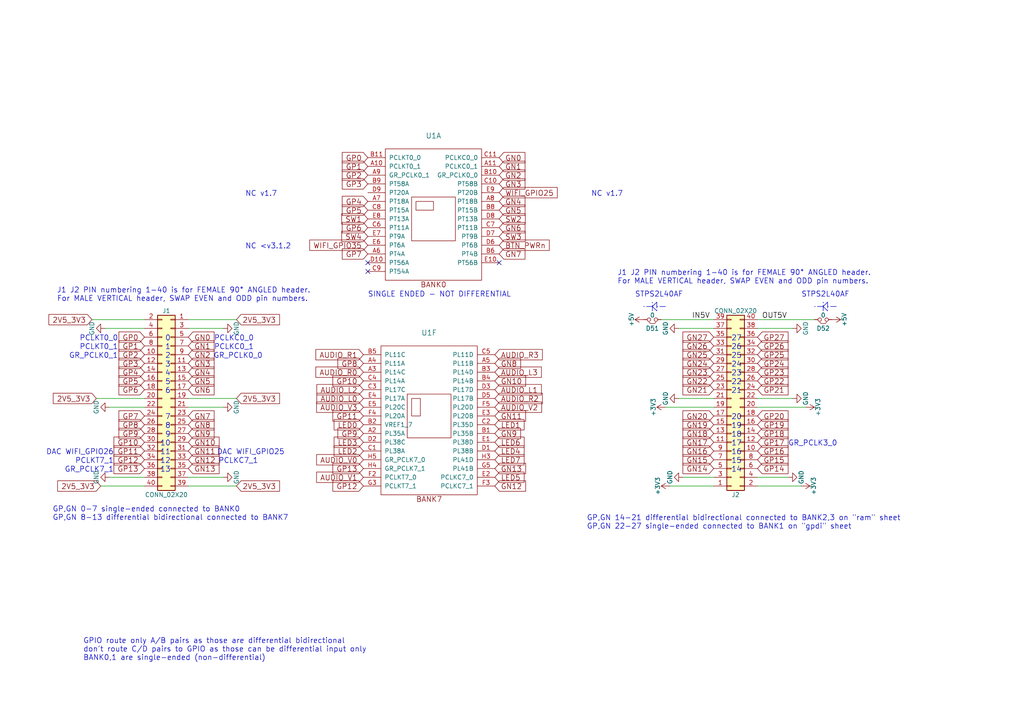
<source format=kicad_sch>
(kicad_sch (version 20211123) (generator eeschema)
  (paper "A4")
  (title_block (title "ULX3S") (rev "1.0.2") (company "EMARD") (comment 1 "GPIO 2.54 mm connectors"))
  (no_connect (at 106.68 76.2))
  (no_connect (at 144.78 76.2))
  (no_connect (at 106.68 78.74))
  (polyline (pts (xy 190.5 87.63) (xy 190.5 90.17)))
  (wire (pts (xy 64.77 138.43) (xy 54.61 138.43)))
  (wire (pts (xy 64.77 118.11) (xy 54.61 118.11)))
  (polyline (pts (xy 189.23 88.9) (xy 186.69 88.9)))
  (polyline (pts (xy 190.5 87.63) (xy 189.23 88.9)))
  (polyline (pts (xy 242.57 88.9) (xy 240.03 88.9)))
  (polyline (pts (xy 189.23 88.9) (xy 190.5 90.17)))
  (polyline (pts (xy 238.76 90.17) (xy 238.76 87.63)))
  (wire (pts (xy 219.71 118.11) (xy 233.68 118.11)))
  (wire (pts (xy 68.58 115.57) (xy 54.61 115.57)))
  (wire (pts (xy 64.77 95.25) (xy 54.61 95.25)))
  (wire (pts (xy 228.6 138.43) (xy 219.71 138.43)))
  (wire (pts (xy 193.04 118.11) (xy 207.01 118.11)))
  (wire (pts (xy 41.91 92.71) (xy 26.67 92.71)))
  (wire (pts (xy 229.87 115.57) (xy 219.71 115.57)))
  (wire (pts (xy 198.12 138.43) (xy 207.01 138.43)))
  (wire (pts (xy 68.58 140.97) (xy 54.61 140.97)))
  (wire (pts (xy 219.71 140.97) (xy 232.41 140.97)))
  (wire (pts (xy 41.91 138.43) (xy 31.75 138.43)))
  (polyline (pts (xy 189.23 90.17) (xy 189.23 87.63)))
  (wire (pts (xy 219.71 95.25) (xy 229.87 95.25)))
  (wire (pts (xy 191.77 92.71) (xy 207.01 92.71)))
  (wire (pts (xy 196.85 115.57) (xy 207.01 115.57)))
  (wire (pts (xy 219.71 92.71) (xy 236.22 92.71)))
  (polyline (pts (xy 240.03 87.63) (xy 238.76 88.9)))
  (wire (pts (xy 30.48 95.25) (xy 41.91 95.25)))
  (polyline (pts (xy 193.04 88.9) (xy 190.5 88.9)))
  (wire (pts (xy 41.91 140.97) (xy 29.21 140.97)))
  (polyline (pts (xy 240.03 87.63) (xy 240.03 90.17)))
  (wire (pts (xy 207.01 140.97) (xy 194.31 140.97)))
  (wire (pts (xy 31.75 118.11) (xy 41.91 118.11)))
  (wire (pts (xy 196.85 95.25) (xy 207.01 95.25)))
  (wire (pts (xy 54.61 92.71) (xy 68.58 92.71)))
  (polyline (pts (xy 238.76 88.9) (xy 240.03 90.17)))
  (wire (pts (xy 41.91 115.57) (xy 27.94 115.57)))
  (polyline (pts (xy 238.76 88.9) (xy 236.22 88.9)))
  (text "DAC WIFI_GPIO25" (at 82.55 132.08 180) (effects (font (size 1.524 1.524)) (justify right bottom)))
  (text "19" (at 212.09 124.46 0) (effects (font (size 1.524 1.524)) (justify left bottom)))
  (text "PCLKT7_1" (at 33.02 134.62 180) (effects (font (size 1.524 1.524)) (justify right bottom)))
  (text "16" (at 212.09 132.08 0) (effects (font (size 1.524 1.524)) (justify left bottom)))
  (text "3" (at 49.53 106.68 180) (effects (font (size 1.524 1.524)) (justify right bottom)))
  (text "GR_PCLK7_1" (at 33.02 137.16 180) (effects (font (size 1.524 1.524)) (justify right bottom)))
  (text "1" (at 49.53 101.6 180) (effects (font (size 1.524 1.524)) (justify right bottom)))
  (text "STPS2L40AF" (at 232.41 86.36 0) (effects (font (size 1.524 1.524)) (justify left bottom)))
  (text "NC v1.7" (at 171.45 57.15 0) (effects (font (size 1.524 1.524)) (justify left bottom)))
  (text "11" (at 49.53 132.08 180) (effects (font (size 1.524 1.524)) (justify right bottom)))
  (text "GR_PCLK3_0" (at 228.6 129.54 0) (effects (font (size 1.524 1.524)) (justify left bottom)))
  (text "10" (at 49.53 129.54 180) (effects (font (size 1.524 1.524)) (justify right bottom)))
  (text "STPS2L40AF" (at 184.15 86.36 0) (effects (font (size 1.524 1.524)) (justify left bottom)))
  (text "PCLKC0_1" (at 73.66 101.6 180) (effects (font (size 1.524 1.524)) (justify right bottom)))
  (text "17" (at 212.09 129.54 0) (effects (font (size 1.524 1.524)) (justify left bottom)))
  (text "14" (at 212.09 137.16 0) (effects (font (size 1.524 1.524)) (justify left bottom)))
  (text "GP,GN 0-7 single-ended connected to BANK0\nGP,GN 8-13 differential bidirectional connected to BANK7" (at 15.24 151.13 0) (effects (font (size 1.524 1.524)) (justify left bottom)))
  (text "GP,GN 14-21 differential bidirectional connected to BANK2,3 on \"ram\" sheet\nGP,GN 22-27 single-ended connected to BANK1 on \"gpdi\" sheet" (at 170.18 153.67 0) (effects (font (size 1.524 1.524)) (justify left bottom)))
  (text "5" (at 49.53 111.76 180) (effects (font (size 1.524 1.524)) (justify right bottom)))
  (text "DAC WIFI_GPIO26" (at 33.02 132.08 180) (effects (font (size 1.524 1.524)) (justify right bottom)))
  (text "21" (at 212.09 114.3 0) (effects (font (size 1.524 1.524)) (justify left bottom)))
  (text "PCLKT0_0" (at 34.29 99.06 180) (effects (font (size 1.524 1.524)) (justify right bottom)))
  (text "NC <v3.1.2" (at 71.12 72.39 0) (effects (font (size 1.524 1.524)) (justify left bottom)))
  (text "PCLKC0_0" (at 73.66 99.06 180) (effects (font (size 1.524 1.524)) (justify right bottom)))
  (text "GR_PCLK0_1" (at 34.29 104.14 180) (effects (font (size 1.524 1.524)) (justify right bottom)))
  (text "25" (at 212.09 104.14 0) (effects (font (size 1.524 1.524)) (justify left bottom)))
  (text "0" (at 49.53 99.06 180) (effects (font (size 1.524 1.524)) (justify right bottom)))
  (text "24" (at 212.09 106.68 0) (effects (font (size 1.524 1.524)) (justify left bottom)))
  (text "GR_PCLK0_0" (at 76.2 104.14 180) (effects (font (size 1.524 1.524)) (justify right bottom)))
  (text "GPIO route only A/B pairs as those are differential bidirectional\ndon't route C/D pairs to GPIO as those can be differential input only\nBANK0,1 are single-ended (non-differential)" (at 24.13 191.77 0) (effects (font (size 1.524 1.524)) (justify left bottom)))
  (text "SINGLE ENDED - NOT DIFFERENTIAL" (at 106.68 86.36 0) (effects (font (size 1.524 1.524)) (justify left bottom)))
  (text "15" (at 212.09 134.62 0) (effects (font (size 1.524 1.524)) (justify left bottom)))
  (text "18" (at 212.09 127 0) (effects (font (size 1.524 1.524)) (justify left bottom)))
  (text "J1 J2 PIN numbering 1-40 is for FEMALE 90° ANGLED header.\nFor MALE VERTICAL header, SWAP EVEN and ODD pin numbers." (at 16.51 87.63 0) (effects (font (size 1.524 1.524)) (justify left bottom)))
  (text "2" (at 49.53 104.14 180) (effects (font (size 1.524 1.524)) (justify right bottom)))
  (text "PCLKT0_1" (at 34.29 101.6 180) (effects (font (size 1.524 1.524)) (justify right bottom)))
  (text "PCLKC7_1" (at 74.93 134.62 180) (effects (font (size 1.524 1.524)) (justify right bottom)))
  (text "NC v1.7" (at 71.12 57.15 0) (effects (font (size 1.524 1.524)) (justify left bottom)))
  (text "23" (at 212.09 109.22 0) (effects (font (size 1.524 1.524)) (justify left bottom)))
  (text "26" (at 212.09 101.6 0) (effects (font (size 1.524 1.524)) (justify left bottom)))
  (text "7" (at 49.53 121.92 180) (effects (font (size 1.524 1.524)) (justify right bottom)))
  (text "22" (at 212.09 111.76 0) (effects (font (size 1.524 1.524)) (justify left bottom)))
  (text "13" (at 49.53 137.16 180) (effects (font (size 1.524 1.524)) (justify right bottom)))
  (text "J1 J2 PIN numbering 1-40 is for FEMALE 90° ANGLED header.\nFor MALE VERTICAL header, SWAP EVEN and ODD pin numbers." (at 179.07 82.55 0) (effects (font (size 1.524 1.524)) (justify left bottom)))
  (text "9" (at 49.53 127 180) (effects (font (size 1.524 1.524)) (justify right bottom)))
  (text "20" (at 212.09 121.92 0) (effects (font (size 1.524 1.524)) (justify left bottom)))
  (text "6" (at 49.53 114.3 180) (effects (font (size 1.524 1.524)) (justify right bottom)))
  (text "4" (at 49.53 109.22 180) (effects (font (size 1.524 1.524)) (justify right bottom)))
  (text "8" (at 49.53 124.46 180) (effects (font (size 1.524 1.524)) (justify right bottom)))
  (text "27" (at 212.09 99.06 0) (effects (font (size 1.524 1.524)) (justify left bottom)))
  (text "12" (at 49.53 134.62 180) (effects (font (size 1.524 1.524)) (justify right bottom)))
  (label "IN5V" (at 200.66 92.71 0) (effects (font (size 1.524 1.524))))
  (label "OUT5V" (at 220.98 92.71 0) (effects (font (size 1.524 1.524))))
  (global_label "GP12" (shape input) (at 41.91 133.35 180) (effects (font (size 1.524 1.524))) (property "Intersheet References" "${INTERSHEET_REFS}" (effects hide)))
  (global_label "GN26" (shape input) (at 207.01 100.33 180) (effects (font (size 1.524 1.524))) (property "Intersheet References" "${INTERSHEET_REFS}" (effects hide)))
  (global_label "WIFI_GPIO25" (shape input) (at 144.78 55.88 0) (effects (font (size 1.524 1.524))) (property "Intersheet References" "${INTERSHEET_REFS}" (effects hide)))
  (global_label "AUDIO_L2" (shape input) (at 105.41 113.03 180) (effects (font (size 1.524 1.524))) (property "Intersheet References" "${INTERSHEET_REFS}" (effects hide)))
  (global_label "GP26" (shape input) (at 219.71 100.33 0) (effects (font (size 1.524 1.524))) (property "Intersheet References" "${INTERSHEET_REFS}" (effects hide)))
  (global_label "2V5_3V3" (shape input) (at 68.58 115.57 0) (effects (font (size 1.524 1.524))) (property "Intersheet References" "${INTERSHEET_REFS}" (effects hide)))
  (global_label "LED0" (shape input) (at 105.41 123.19 180) (effects (font (size 1.524 1.524))) (property "Intersheet References" "${INTERSHEET_REFS}" (effects hide)))
  (global_label "2V5_3V3" (shape input) (at 68.58 140.97 0) (effects (font (size 1.524 1.524))) (property "Intersheet References" "${INTERSHEET_REFS}" (effects hide)))
  (global_label "GN0" (shape input) (at 144.78 45.72 0) (effects (font (size 1.524 1.524))) (property "Intersheet References" "${INTERSHEET_REFS}" (effects hide)))
  (global_label "GP8" (shape input) (at 105.41 105.41 180) (effects (font (size 1.524 1.524))) (property "Intersheet References" "${INTERSHEET_REFS}" (effects hide)))
  (global_label "GP27" (shape input) (at 219.71 97.79 0) (effects (font (size 1.524 1.524))) (property "Intersheet References" "${INTERSHEET_REFS}" (effects hide)))
  (global_label "GN18" (shape input) (at 207.01 125.73 180) (effects (font (size 1.524 1.524))) (property "Intersheet References" "${INTERSHEET_REFS}" (effects hide)))
  (global_label "BTN_PWRn" (shape input) (at 144.78 71.12 0) (effects (font (size 1.524 1.524))) (property "Intersheet References" "${INTERSHEET_REFS}" (effects hide)))
  (global_label "LED2" (shape input) (at 105.41 130.81 180) (effects (font (size 1.524 1.524))) (property "Intersheet References" "${INTERSHEET_REFS}" (effects hide)))
  (global_label "GN0" (shape input) (at 54.61 97.79 0) (effects (font (size 1.524 1.524))) (property "Intersheet References" "${INTERSHEET_REFS}" (effects hide)))
  (global_label "GP10" (shape input) (at 41.91 128.27 180) (effects (font (size 1.524 1.524))) (property "Intersheet References" "${INTERSHEET_REFS}" (effects hide)))
  (global_label "GP23" (shape input) (at 219.71 107.95 0) (effects (font (size 1.524 1.524))) (property "Intersheet References" "${INTERSHEET_REFS}" (effects hide)))
  (global_label "LED4" (shape input) (at 143.51 130.81 0) (effects (font (size 1.524 1.524))) (property "Intersheet References" "${INTERSHEET_REFS}" (effects hide)))
  (global_label "GN6" (shape input) (at 144.78 66.04 0) (effects (font (size 1.524 1.524))) (property "Intersheet References" "${INTERSHEET_REFS}" (effects hide)))
  (global_label "GP4" (shape input) (at 106.68 58.42 180) (effects (font (size 1.524 1.524))) (property "Intersheet References" "${INTERSHEET_REFS}" (effects hide)))
  (global_label "AUDIO_R0" (shape input) (at 105.41 107.95 180) (effects (font (size 1.524 1.524))) (property "Intersheet References" "${INTERSHEET_REFS}" (effects hide)))
  (global_label "GN10" (shape input) (at 54.61 128.27 0) (effects (font (size 1.524 1.524))) (property "Intersheet References" "${INTERSHEET_REFS}" (effects hide)))
  (global_label "AUDIO_L1" (shape input) (at 143.51 113.03 0) (effects (font (size 1.524 1.524))) (property "Intersheet References" "${INTERSHEET_REFS}" (effects hide)))
  (global_label "AUDIO_V2" (shape input) (at 143.51 118.11 0) (effects (font (size 1.524 1.524))) (property "Intersheet References" "${INTERSHEET_REFS}" (effects hide)))
  (global_label "GP6" (shape input) (at 106.68 66.04 180) (effects (font (size 1.524 1.524))) (property "Intersheet References" "${INTERSHEET_REFS}" (effects hide)))
  (global_label "GP13" (shape input) (at 41.91 135.89 180) (effects (font (size 1.524 1.524))) (property "Intersheet References" "${INTERSHEET_REFS}" (effects hide)))
  (global_label "GP2" (shape input) (at 106.68 50.8 180) (effects (font (size 1.524 1.524))) (property "Intersheet References" "${INTERSHEET_REFS}" (effects hide)))
  (global_label "GN20" (shape input) (at 207.01 120.65 180) (effects (font (size 1.524 1.524))) (property "Intersheet References" "${INTERSHEET_REFS}" (effects hide)))
  (global_label "GN1" (shape input) (at 54.61 100.33 0) (effects (font (size 1.524 1.524))) (property "Intersheet References" "${INTERSHEET_REFS}" (effects hide)))
  (global_label "GP3" (shape input) (at 41.91 105.41 180) (effects (font (size 1.524 1.524))) (property "Intersheet References" "${INTERSHEET_REFS}" (effects hide)))
  (global_label "GN10" (shape input) (at 143.51 110.49 0) (effects (font (size 1.524 1.524))) (property "Intersheet References" "${INTERSHEET_REFS}" (effects hide)))
  (global_label "GP10" (shape input) (at 105.41 110.49 180) (effects (font (size 1.524 1.524))) (property "Intersheet References" "${INTERSHEET_REFS}" (effects hide)))
  (global_label "2V5_3V3" (shape input) (at 29.21 140.97 180) (effects (font (size 1.524 1.524))) (property "Intersheet References" "${INTERSHEET_REFS}" (effects hide)))
  (global_label "GN22" (shape input) (at 207.01 110.49 180) (effects (font (size 1.524 1.524))) (property "Intersheet References" "${INTERSHEET_REFS}" (effects hide)))
  (global_label "GP18" (shape input) (at 219.71 125.73 0) (effects (font (size 1.524 1.524))) (property "Intersheet References" "${INTERSHEET_REFS}" (effects hide)))
  (global_label "GP15" (shape input) (at 219.71 133.35 0) (effects (font (size 1.524 1.524))) (property "Intersheet References" "${INTERSHEET_REFS}" (effects hide)))
  (global_label "GP24" (shape input) (at 219.71 105.41 0) (effects (font (size 1.524 1.524))) (property "Intersheet References" "${INTERSHEET_REFS}" (effects hide)))
  (global_label "LED3" (shape input) (at 105.41 128.27 180) (effects (font (size 1.524 1.524))) (property "Intersheet References" "${INTERSHEET_REFS}" (effects hide)))
  (global_label "GP5" (shape input) (at 106.68 60.96 180) (effects (font (size 1.524 1.524))) (property "Intersheet References" "${INTERSHEET_REFS}" (effects hide)))
  (global_label "GN17" (shape input) (at 207.01 128.27 180) (effects (font (size 1.524 1.524))) (property "Intersheet References" "${INTERSHEET_REFS}" (effects hide)))
  (global_label "GN1" (shape input) (at 144.78 48.26 0) (effects (font (size 1.524 1.524))) (property "Intersheet References" "${INTERSHEET_REFS}" (effects hide)))
  (global_label "GP3" (shape input) (at 106.68 53.34 180) (effects (font (size 1.524 1.524))) (property "Intersheet References" "${INTERSHEET_REFS}" (effects hide)))
  (global_label "GP19" (shape input) (at 219.71 123.19 0) (effects (font (size 1.524 1.524))) (property "Intersheet References" "${INTERSHEET_REFS}" (effects hide)))
  (global_label "AUDIO_V0" (shape input) (at 105.41 133.35 180) (effects (font (size 1.524 1.524))) (property "Intersheet References" "${INTERSHEET_REFS}" (effects hide)))
  (global_label "LED6" (shape input) (at 143.51 128.27 0) (effects (font (size 1.524 1.524))) (property "Intersheet References" "${INTERSHEET_REFS}" (effects hide)))
  (global_label "GN8" (shape input) (at 143.51 105.41 0) (effects (font (size 1.524 1.524))) (property "Intersheet References" "${INTERSHEET_REFS}" (effects hide)))
  (global_label "GN3" (shape input) (at 144.78 53.34 0) (effects (font (size 1.524 1.524))) (property "Intersheet References" "${INTERSHEET_REFS}" (effects hide)))
  (global_label "GP0" (shape input) (at 106.68 45.72 180) (effects (font (size 1.524 1.524))) (property "Intersheet References" "${INTERSHEET_REFS}" (effects hide)))
  (global_label "WIFI_GPIO35" (shape input) (at 106.68 71.12 180) (effects (font (size 1.524 1.524))) (property "Intersheet References" "${INTERSHEET_REFS}" (effects hide)))
  (global_label "GP11" (shape input) (at 41.91 130.81 180) (effects (font (size 1.524 1.524))) (property "Intersheet References" "${INTERSHEET_REFS}" (effects hide)))
  (global_label "GN15" (shape input) (at 207.01 133.35 180) (effects (font (size 1.524 1.524))) (property "Intersheet References" "${INTERSHEET_REFS}" (effects hide)))
  (global_label "GP9" (shape input) (at 41.91 125.73 180) (effects (font (size 1.524 1.524))) (property "Intersheet References" "${INTERSHEET_REFS}" (effects hide)))
  (global_label "GN14" (shape input) (at 207.01 135.89 180) (effects (font (size 1.524 1.524))) (property "Intersheet References" "${INTERSHEET_REFS}" (effects hide)))
  (global_label "2V5_3V3" (shape input) (at 68.58 92.71 0) (effects (font (size 1.524 1.524))) (property "Intersheet References" "${INTERSHEET_REFS}" (effects hide)))
  (global_label "GN27" (shape input) (at 207.01 97.79 180) (effects (font (size 1.524 1.524))) (property "Intersheet References" "${INTERSHEET_REFS}" (effects hide)))
  (global_label "GP25" (shape input) (at 219.71 102.87 0) (effects (font (size 1.524 1.524))) (property "Intersheet References" "${INTERSHEET_REFS}" (effects hide)))
  (global_label "GN5" (shape input) (at 54.61 110.49 0) (effects (font (size 1.524 1.524))) (property "Intersheet References" "${INTERSHEET_REFS}" (effects hide)))
  (global_label "SW1" (shape input) (at 106.68 63.5 180) (effects (font (size 1.524 1.524))) (property "Intersheet References" "${INTERSHEET_REFS}" (effects hide)))
  (global_label "GN21" (shape input) (at 207.01 113.03 180) (effects (font (size 1.524 1.524))) (property "Intersheet References" "${INTERSHEET_REFS}" (effects hide)))
  (global_label "GP17" (shape input) (at 219.71 128.27 0) (effects (font (size 1.524 1.524))) (property "Intersheet References" "${INTERSHEET_REFS}" (effects hide)))
  (global_label "SW2" (shape input) (at 144.78 63.5 0) (effects (font (size 1.524 1.524))) (property "Intersheet References" "${INTERSHEET_REFS}" (effects hide)))
  (global_label "GP8" (shape input) (at 41.91 123.19 180) (effects (font (size 1.524 1.524))) (property "Intersheet References" "${INTERSHEET_REFS}" (effects hide)))
  (global_label "GP0" (shape input) (at 41.91 97.79 180) (effects (font (size 1.524 1.524))) (property "Intersheet References" "${INTERSHEET_REFS}" (effects hide)))
  (global_label "SW4" (shape input) (at 106.68 68.58 180) (effects (font (size 1.524 1.524))) (property "Intersheet References" "${INTERSHEET_REFS}" (effects hide)))
  (global_label "SW3" (shape input) (at 144.78 68.58 0) (effects (font (size 1.524 1.524))) (property "Intersheet References" "${INTERSHEET_REFS}" (effects hide)))
  (global_label "GN11" (shape input) (at 54.61 130.81 0) (effects (font (size 1.524 1.524))) (property "Intersheet References" "${INTERSHEET_REFS}" (effects hide)))
  (global_label "GN13" (shape input) (at 54.61 135.89 0) (effects (font (size 1.524 1.524))) (property "Intersheet References" "${INTERSHEET_REFS}" (effects hide)))
  (global_label "GN9" (shape input) (at 143.51 125.73 0) (effects (font (size 1.524 1.524))) (property "Intersheet References" "${INTERSHEET_REFS}" (effects hide)))
  (global_label "GN4" (shape input) (at 54.61 107.95 0) (effects (font (size 1.524 1.524))) (property "Intersheet References" "${INTERSHEET_REFS}" (effects hide)))
  (global_label "GN7" (shape input) (at 144.78 73.66 0) (effects (font (size 1.524 1.524))) (property "Intersheet References" "${INTERSHEET_REFS}" (effects hide)))
  (global_label "GN2" (shape input) (at 54.61 102.87 0) (effects (font (size 1.524 1.524))) (property "Intersheet References" "${INTERSHEET_REFS}" (effects hide)))
  (global_label "GN5" (shape input) (at 144.78 60.96 0) (effects (font (size 1.524 1.524))) (property "Intersheet References" "${INTERSHEET_REFS}" (effects hide)))
  (global_label "GN3" (shape input) (at 54.61 105.41 0) (effects (font (size 1.524 1.524))) (property "Intersheet References" "${INTERSHEET_REFS}" (effects hide)))
  (global_label "GP7" (shape input) (at 106.68 73.66 180) (effects (font (size 1.524 1.524))) (property "Intersheet References" "${INTERSHEET_REFS}" (effects hide)))
  (global_label "GN23" (shape input) (at 207.01 107.95 180) (effects (font (size 1.524 1.524))) (property "Intersheet References" "${INTERSHEET_REFS}" (effects hide)))
  (global_label "GP1" (shape input) (at 41.91 100.33 180) (effects (font (size 1.524 1.524))) (property "Intersheet References" "${INTERSHEET_REFS}" (effects hide)))
  (global_label "GN2" (shape input) (at 144.78 50.8 0) (effects (font (size 1.524 1.524))) (property "Intersheet References" "${INTERSHEET_REFS}" (effects hide)))
  (global_label "GP16" (shape input) (at 219.71 130.81 0) (effects (font (size 1.524 1.524))) (property "Intersheet References" "${INTERSHEET_REFS}" (effects hide)))
  (global_label "GN12" (shape input) (at 143.51 140.97 0) (effects (font (size 1.524 1.524))) (property "Intersheet References" "${INTERSHEET_REFS}" (effects hide)))
  (global_label "AUDIO_V3" (shape input) (at 105.41 118.11 180) (effects (font (size 1.524 1.524))) (property "Intersheet References" "${INTERSHEET_REFS}" (effects hide)))
  (global_label "GP9" (shape input) (at 105.41 125.73 180) (effects (font (size 1.524 1.524))) (property "Intersheet References" "${INTERSHEET_REFS}" (effects hide)))
  (global_label "GN12" (shape input) (at 54.61 133.35 0) (effects (font (size 1.524 1.524))) (property "Intersheet References" "${INTERSHEET_REFS}" (effects hide)))
  (global_label "AUDIO_R2" (shape input) (at 143.51 115.57 0) (effects (font (size 1.524 1.524))) (property "Intersheet References" "${INTERSHEET_REFS}" (effects hide)))
  (global_label "2V5_3V3" (shape input) (at 26.67 92.71 180) (effects (font (size 1.524 1.524))) (property "Intersheet References" "${INTERSHEET_REFS}" (effects hide)))
  (global_label "GN9" (shape input) (at 54.61 125.73 0) (effects (font (size 1.524 1.524))) (property "Intersheet References" "${INTERSHEET_REFS}" (effects hide)))
  (global_label "AUDIO_R1" (shape input) (at 105.41 102.87 180) (effects (font (size 1.524 1.524))) (property "Intersheet References" "${INTERSHEET_REFS}" (effects hide)))
  (global_label "AUDIO_V1" (shape input) (at 105.41 138.43 180) (effects (font (size 1.524 1.524))) (property "Intersheet References" "${INTERSHEET_REFS}" (effects hide)))
  (global_label "GP6" (shape input) (at 41.91 113.03 180) (effects (font (size 1.524 1.524))) (property "Intersheet References" "${INTERSHEET_REFS}" (effects hide)))
  (global_label "GP7" (shape input) (at 41.91 120.65 180) (effects (font (size 1.524 1.524))) (property "Intersheet References" "${INTERSHEET_REFS}" (effects hide)))
  (global_label "GN8" (shape input) (at 54.61 123.19 0) (effects (font (size 1.524 1.524))) (property "Intersheet References" "${INTERSHEET_REFS}" (effects hide)))
  (global_label "AUDIO_L3" (shape input) (at 143.51 107.95 0) (effects (font (size 1.524 1.524))) (property "Intersheet References" "${INTERSHEET_REFS}" (effects hide)))
  (global_label "GN24" (shape input) (at 207.01 105.41 180) (effects (font (size 1.524 1.524))) (property "Intersheet References" "${INTERSHEET_REFS}" (effects hide)))
  (global_label "GP13" (shape input) (at 105.41 135.89 180) (effects (font (size 1.524 1.524))) (property "Intersheet References" "${INTERSHEET_REFS}" (effects hide)))
  (global_label "GN16" (shape input) (at 207.01 130.81 180) (effects (font (size 1.524 1.524))) (property "Intersheet References" "${INTERSHEET_REFS}" (effects hide)))
  (global_label "GP20" (shape input) (at 219.71 120.65 0) (effects (font (size 1.524 1.524))) (property "Intersheet References" "${INTERSHEET_REFS}" (effects hide)))
  (global_label "AUDIO_R3" (shape input) (at 143.51 102.87 0) (effects (font (size 1.524 1.524))) (property "Intersheet References" "${INTERSHEET_REFS}" (effects hide)))
  (global_label "AUDIO_L0" (shape input) (at 105.41 115.57 180) (effects (font (size 1.524 1.524))) (property "Intersheet References" "${INTERSHEET_REFS}" (effects hide)))
  (global_label "LED5" (shape input) (at 143.51 138.43 0) (effects (font (size 1.524 1.524))) (property "Intersheet References" "${INTERSHEET_REFS}" (effects hide)))
  (global_label "GN19" (shape input) (at 207.01 123.19 180) (effects (font (size 1.524 1.524))) (property "Intersheet References" "${INTERSHEET_REFS}" (effects hide)))
  (global_label "GN6" (shape input) (at 54.61 113.03 0) (effects (font (size 1.524 1.524))) (property "Intersheet References" "${INTERSHEET_REFS}" (effects hide)))
  (global_label "GP14" (shape input) (at 219.71 135.89 0) (effects (font (size 1.524 1.524))) (property "Intersheet References" "${INTERSHEET_REFS}" (effects hide)))
  (global_label "GP2" (shape input) (at 41.91 102.87 180) (effects (font (size 1.524 1.524))) (property "Intersheet References" "${INTERSHEET_REFS}" (effects hide)))
  (global_label "GN11" (shape input) (at 143.51 120.65 0) (effects (font (size 1.524 1.524))) (property "Intersheet References" "${INTERSHEET_REFS}" (effects hide)))
  (global_label "GP5" (shape input) (at 41.91 110.49 180) (effects (font (size 1.524 1.524))) (property "Intersheet References" "${INTERSHEET_REFS}" (effects hide)))
  (global_label "GN4" (shape input) (at 144.78 58.42 0) (effects (font (size 1.524 1.524))) (property "Intersheet References" "${INTERSHEET_REFS}" (effects hide)))
  (global_label "GP12" (shape input) (at 105.41 140.97 180) (effects (font (size 1.524 1.524))) (property "Intersheet References" "${INTERSHEET_REFS}" (effects hide)))
  (global_label "GN13" (shape input) (at 143.51 135.89 0) (effects (font (size 1.524 1.524))) (property "Intersheet References" "${INTERSHEET_REFS}" (effects hide)))
  (global_label "2V5_3V3" (shape input) (at 27.94 115.57 180) (effects (font (size 1.524 1.524))) (property "Intersheet References" "${INTERSHEET_REFS}" (effects hide)))
  (global_label "GP4" (shape input) (at 41.91 107.95 180) (effects (font (size 1.524 1.524))) (property "Intersheet References" "${INTERSHEET_REFS}" (effects hide)))
  (global_label "GP1" (shape input) (at 106.68 48.26 180) (effects (font (size 1.524 1.524))) (property "Intersheet References" "${INTERSHEET_REFS}" (effects hide)))
  (global_label "GP21" (shape input) (at 219.71 113.03 0) (effects (font (size 1.524 1.524))) (property "Intersheet References" "${INTERSHEET_REFS}" (effects hide)))
  (global_label "LED7" (shape input) (at 143.51 133.35 0) (effects (font (size 1.524 1.524))) (property "Intersheet References" "${INTERSHEET_REFS}" (effects hide)))
  (global_label "LED1" (shape input) (at 143.51 123.19 0) (effects (font (size 1.524 1.524))) (property "Intersheet References" "${INTERSHEET_REFS}" (effects hide)))
  (global_label "GN7" (shape input) (at 54.61 120.65 0) (effects (font (size 1.524 1.524))) (property "Intersheet References" "${INTERSHEET_REFS}" (effects hide)))
  (global_label "GP11" (shape input) (at 105.41 120.65 180) (effects (font (size 1.524 1.524))) (property "Intersheet References" "${INTERSHEET_REFS}" (effects hide)))
  (global_label "GP22" (shape input) (at 219.71 110.49 0) (effects (font (size 1.524 1.524))) (property "Intersheet References" "${INTERSHEET_REFS}" (effects hide)))
  (global_label "GN25" (shape input) (at 207.01 102.87 180) (effects (font (size 1.524 1.524))) (property "Intersheet References" "${INTERSHEET_REFS}" (effects hide)))
  (symbol (lib_id "power:GND") (at 198.12 138.43 270) (mirror x) (unit 1)
    (property "Reference" "#PWR016" (effects hide))
    (property "Value" "GND" (at 194.31 138.43 0))
  )
  (symbol (lib_id "power:GND") (at 228.6 138.43 90) (unit 1)
    (property "Reference" "#PWR017" (effects hide))
    (property "Value" "GND" (at 232.41 138.43 0))
  )
  (symbol (lib_id "ulx3s-rescue:Jumper_NC_Small-Device") (at 189.23 92.71 0) (mirror x) (unit 1)
    (property "Reference" "D51" (at 189.23 95.25 0))
    (property "Value" "0" (at 189.23 91.44 0))
    (property "Footprint" "jumper:D_SMA_Jumper_NC" (effects hide))
    (property "Note" "Leave empty" (effects hide))
  )
  (symbol (lib_id "ulx3s-rescue:Jumper_NC_Small-Device") (at 238.76 92.71 0) (mirror x) (unit 1)
    (property "Reference" "D52" (at 238.76 95.25 0))
    (property "Value" "0" (at 238.76 91.44 0))
    (property "Footprint" "jumper:D_SMA_Jumper_NC" (effects hide))
    (property "Note" "Leave empty" (effects hide))
  )
  (symbol (lib_id "power:+5V") (at 186.69 92.71 90) (mirror x) (unit 1)
    (property "Reference" "#PWR011" (effects hide))
    (property "Value" "+5V" (at 183.134 92.71 0))
  )
  (symbol (lib_id "power:+3V3") (at 232.41 140.97 270) (mirror x) (unit 1)
    (property "Reference" "#PWR020" (effects hide))
    (property "Value" "+3V3" (at 235.966 140.97 0))
  )
  (symbol (lib_id "power:+3V3") (at 194.31 140.97 90) (mirror x) (unit 1)
    (property "Reference" "#PWR013" (effects hide))
    (property "Value" "+3V3" (at 190.754 140.97 0))
  )
  (symbol (lib_id "Connector_Generic:Conn_02x20_Odd_Even") (at 212.09 118.11 0) (mirror x) (unit 1)
    (property "Reference" "J2" (at 213.36 143.51 0))
    (property "Value" "CONN_02X20" (at 213.36 90.17 0))
    (property "Footprint" "Socket_Strips:Socket_Strip_Angled_2x20" (effects hide))
    (property "Note" "Leave empty" (effects hide))
  )
  (symbol (lib_id "Connector_Generic:Conn_02x20_Odd_Even") (at 49.53 115.57 0) (mirror y) (unit 1)
    (property "Reference" "J1" (at 48.26 90.17 0))
    (property "Value" "CONN_02X20" (at 48.26 143.51 0))
    (property "Footprint" "Socket_Strips:Socket_Strip_Angled_2x20" (effects hide))
    (property "Note" "Leave empty" (effects hide))
  )
  (symbol (lib_id "power:GND") (at 196.85 115.57 270) (mirror x) (unit 1)
    (property "Reference" "#PWR014" (effects hide))
    (property "Value" "GND" (at 193.04 115.57 0))
  )
  (symbol (lib_id "power:+3V3") (at 193.04 118.11 90) (mirror x) (unit 1)
    (property "Reference" "#PWR012" (effects hide))
    (property "Value" "+3V3" (at 189.484 118.11 0))
  )
  (symbol (lib_id "power:GND") (at 229.87 115.57 90) (unit 1)
    (property "Reference" "#PWR018" (effects hide))
    (property "Value" "GND" (at 233.68 115.57 0))
  )
  (symbol (lib_id "power:+3V3") (at 233.68 118.11 270) (mirror x) (unit 1)
    (property "Reference" "#PWR021" (effects hide))
    (property "Value" "+3V3" (at 237.236 118.11 0))
  )
  (symbol (lib_id "power:GND") (at 196.85 95.25 270) (mirror x) (unit 1)
    (property "Reference" "#PWR015" (effects hide))
    (property "Value" "GND" (at 193.04 95.25 0))
  )
  (symbol (lib_id "power:GND") (at 229.87 95.25 90) (unit 1)
    (property "Reference" "#PWR019" (effects hide))
    (property "Value" "GND" (at 233.68 95.25 0))
  )
  (symbol (lib_id "power:GND") (at 64.77 95.25 90) (mirror x) (unit 1)
    (property "Reference" "#PWR05" (effects hide))
    (property "Value" "GND" (at 68.58 95.25 0))
  )
  (symbol (lib_id "power:GND") (at 64.77 118.11 90) (mirror x) (unit 1)
    (property "Reference" "#PWR06" (effects hide))
    (property "Value" "GND" (at 68.58 118.11 0))
  )
  (symbol (lib_id "power:GND") (at 64.77 138.43 90) (mirror x) (unit 1)
    (property "Reference" "#PWR07" (effects hide))
    (property "Value" "GND" (at 68.58 138.43 0))
  )
  (symbol (lib_id "power:GND") (at 30.48 95.25 270) (unit 1)
    (property "Reference" "#PWR010" (effects hide))
    (property "Value" "GND" (at 26.67 95.25 0))
  )
  (symbol (lib_id "power:GND") (at 31.75 118.11 270) (unit 1)
    (property "Reference" "#PWR08" (effects hide))
    (property "Value" "GND" (at 27.94 118.11 0))
  )
  (symbol (lib_id "power:GND") (at 31.75 138.43 270) (unit 1)
    (property "Reference" "#PWR09" (effects hide))
    (property "Value" "GND" (at 27.94 138.43 0))
  )
  (symbol (lib_id "power:+5V") (at 241.3 92.71 270) (mirror x) (unit 1)
    (property "Reference" "#PWR022" (effects hide))
    (property "Value" "+5V" (at 244.856 92.71 0))
  )
  (symbol (lib_id "lfe5bg381:LFE5UM-85F-6BG381C") (at 125.73 63.5 0) (unit 1)
    (property "Reference" "U1" (at 125.73 39.37 0) (effects (font (size 1.524 1.524))))
    (property "Datasheet" "http://www.latticesemi.com/~/media/LatticeSemi/Documents/DataSheets/ECP5/FPGA-DS-02012.pdf" (effects hide))
    (property "MPN" "LFE5U-85F-6BG381C" (effects hide))
  )
  (symbol (lib_id "lfe5bg381:LFE5UM-85F-6BG381C") (at 124.46 120.65 0) (unit 6)
    (property "Reference" "U1" (at 124.46 96.52 0) (effects (font (size 1.524 1.524))))
    (property "Datasheet" "http://www.latticesemi.com/~/media/LatticeSemi/Documents/DataSheets/ECP5/FPGA-DS-02012.pdf" (effects hide))
    (property "MPN" "LFE5U-85F-6BG381C" (effects hide))
  )
)
</source>
